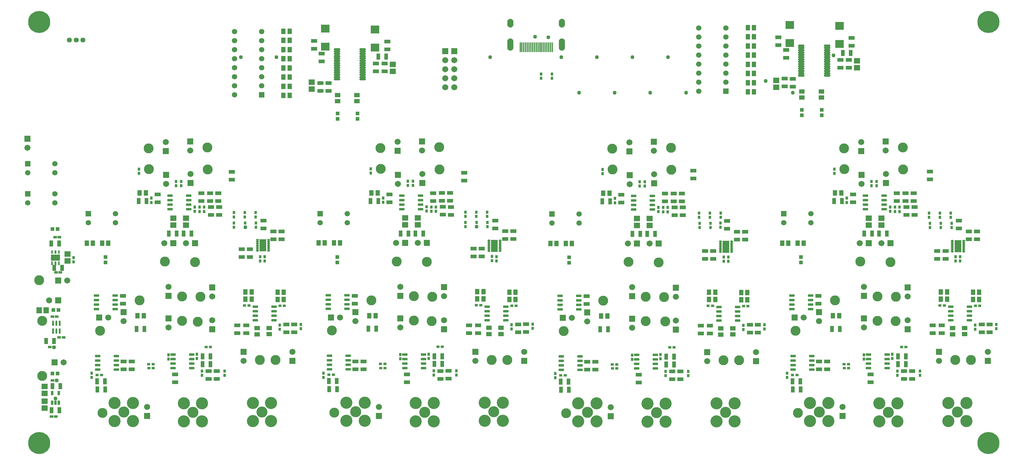
<source format=gts>
G04*
G04 #@! TF.GenerationSoftware,Altium Limited,Altium Designer,20.1.12 (249)*
G04*
G04 Layer_Color=8388736*
%FSLAX25Y25*%
%MOIN*%
G70*
G04*
G04 #@! TF.SameCoordinates,0DC69EFF-8178-42D1-8DC1-E705200A60BA*
G04*
G04*
G04 #@! TF.FilePolarity,Negative*
G04*
G01*
G75*
G04:AMPARAMS|DCode=18|XSize=59.26mil|YSize=22.43mil|CornerRadius=11.22mil|HoleSize=0mil|Usage=FLASHONLY|Rotation=90.000|XOffset=0mil|YOffset=0mil|HoleType=Round|Shape=RoundedRectangle|*
%AMROUNDEDRECTD18*
21,1,0.05926,0.00000,0,0,90.0*
21,1,0.03683,0.02243,0,0,90.0*
1,1,0.02243,0.00000,0.01841*
1,1,0.02243,0.00000,-0.01841*
1,1,0.02243,0.00000,-0.01841*
1,1,0.02243,0.00000,0.01841*
%
%ADD18ROUNDEDRECTD18*%
%ADD19R,0.02243X0.05926*%
G04:AMPARAMS|DCode=20|XSize=29.65mil|YSize=57.21mil|CornerRadius=5.95mil|HoleSize=0mil|Usage=FLASHONLY|Rotation=90.000|XOffset=0mil|YOffset=0mil|HoleType=Round|Shape=RoundedRectangle|*
%AMROUNDEDRECTD20*
21,1,0.02965,0.04532,0,0,90.0*
21,1,0.01776,0.05721,0,0,90.0*
1,1,0.01190,0.02266,0.00888*
1,1,0.01190,0.02266,-0.00888*
1,1,0.01190,-0.02266,-0.00888*
1,1,0.01190,-0.02266,0.00888*
%
%ADD20ROUNDEDRECTD20*%
%ADD21O,0.03359X0.01784*%
%ADD22R,0.07493X0.13792*%
%ADD23R,0.03162X0.04737*%
%ADD24R,0.09843X0.06890*%
%ADD25C,0.01595*%
%ADD26O,0.07296X0.02375*%
%ADD27R,0.03162X0.03753*%
%ADD28R,0.05918X0.06509*%
%ADD29R,0.03753X0.03162*%
%ADD30R,0.05131X0.06115*%
%ADD31R,0.06509X0.05918*%
%ADD32R,0.06115X0.05131*%
%ADD33R,0.03950X0.03950*%
%ADD34R,0.03950X0.03950*%
%ADD35R,0.01575X0.10630*%
%ADD36R,0.06706X0.03950*%
%ADD37R,0.03950X0.06706*%
%ADD38R,0.03950X0.03162*%
%ADD39R,0.06902X0.06115*%
%ADD40R,0.09658X0.09068*%
%ADD41C,0.05918*%
%ADD42R,0.05918X0.05918*%
%ADD43C,0.06706*%
%ADD44R,0.06706X0.06706*%
%ADD45R,0.06706X0.06706*%
%ADD46C,0.05524*%
%ADD47O,0.06706X0.09855*%
%ADD48O,0.06706X0.13792*%
%ADD49C,0.12217*%
%ADD50C,0.13398*%
%ADD51C,0.11000*%
%ADD52C,0.04343*%
%ADD53C,0.24422*%
G36*
X224762Y285731D02*
X225011Y285482D01*
X225146Y285156D01*
X225146Y284980D01*
X225146Y284980D01*
Y281500D01*
X223374D01*
X223374Y284980D01*
Y285156D01*
X223509Y285482D01*
X223758Y285731D01*
X224084Y285866D01*
X224260D01*
X224436Y285866D01*
X224762Y285731D01*
D02*
G37*
G36*
X228502D02*
X228751Y285482D01*
X228886Y285156D01*
X228886Y284980D01*
X228886Y284980D01*
Y281500D01*
X227114D01*
X227114Y284980D01*
X227114Y285156D01*
X227249Y285482D01*
X227498Y285731D01*
X227824Y285866D01*
X228000Y285866D01*
Y285866D01*
X228176Y285866D01*
X228502Y285731D01*
D02*
G37*
G36*
X232242D02*
X232491Y285482D01*
X232626Y285156D01*
X232626Y284980D01*
X232626Y284980D01*
Y281500D01*
X230854D01*
X230854Y284980D01*
X230854Y285156D01*
X230989Y285482D01*
X231238Y285731D01*
X231564Y285866D01*
X231740Y285866D01*
Y285866D01*
X231916Y285866D01*
X232242Y285731D01*
D02*
G37*
G36*
X225146Y295020D02*
X225146Y294844D01*
X225011Y294518D01*
X224762Y294269D01*
X224436Y294134D01*
X224260Y294134D01*
X224084D01*
X223758Y294269D01*
X223509Y294518D01*
X223374Y294844D01*
X223374Y295020D01*
X223374Y295020D01*
Y298000D01*
X225146D01*
X225146Y295020D01*
D02*
G37*
G36*
X228886Y295020D02*
X228886Y294844D01*
X228751Y294518D01*
X228502Y294269D01*
X228176Y294134D01*
X228000Y294134D01*
X227824Y294134D01*
X227498Y294269D01*
X227249Y294518D01*
X227114Y294844D01*
X227114Y295020D01*
X227114Y295020D01*
Y298000D01*
X228886D01*
X228886Y295020D01*
D02*
G37*
G36*
X232626Y295020D02*
Y294844D01*
X232491Y294518D01*
X232242Y294269D01*
X231916Y294134D01*
X231740D01*
X231564Y294134D01*
X231238Y294269D01*
X230989Y294518D01*
X230854Y294844D01*
X230854Y295020D01*
X230854Y295020D01*
Y298000D01*
X232626D01*
X232626Y295020D01*
D02*
G37*
D18*
X225260Y217333D02*
D03*
X229000D02*
D03*
X232740D02*
D03*
Y208667D02*
D03*
X229000D02*
D03*
D19*
X225260D02*
D03*
D20*
X1123665Y358500D02*
D03*
Y353500D02*
D03*
Y348500D02*
D03*
Y343500D02*
D03*
X1144335Y358500D02*
D03*
Y353500D02*
D03*
Y348500D02*
D03*
Y343500D02*
D03*
X867332Y358169D02*
D03*
Y353169D02*
D03*
Y348169D02*
D03*
Y343169D02*
D03*
X888001Y358169D02*
D03*
Y353169D02*
D03*
Y348169D02*
D03*
Y343169D02*
D03*
X610999Y358669D02*
D03*
Y353669D02*
D03*
Y348669D02*
D03*
Y343669D02*
D03*
X631668Y358669D02*
D03*
Y353669D02*
D03*
Y348669D02*
D03*
Y343669D02*
D03*
X354665Y358500D02*
D03*
Y353500D02*
D03*
Y348500D02*
D03*
Y343500D02*
D03*
X375335Y358500D02*
D03*
Y353500D02*
D03*
Y348500D02*
D03*
Y343500D02*
D03*
X1218165Y235500D02*
D03*
Y230500D02*
D03*
Y225500D02*
D03*
Y220500D02*
D03*
X1238835Y235500D02*
D03*
Y230500D02*
D03*
Y225500D02*
D03*
Y220500D02*
D03*
X961832Y235169D02*
D03*
Y230169D02*
D03*
Y225169D02*
D03*
Y220169D02*
D03*
X982501Y235169D02*
D03*
Y230169D02*
D03*
Y225169D02*
D03*
Y220169D02*
D03*
X705499Y235669D02*
D03*
Y230669D02*
D03*
Y225669D02*
D03*
Y220669D02*
D03*
X726168Y235669D02*
D03*
Y230669D02*
D03*
Y225669D02*
D03*
Y220669D02*
D03*
X449165Y235500D02*
D03*
Y230500D02*
D03*
Y225500D02*
D03*
Y220500D02*
D03*
X469835Y235500D02*
D03*
Y230500D02*
D03*
Y225500D02*
D03*
Y220500D02*
D03*
X1127165Y182500D02*
D03*
Y177500D02*
D03*
Y172500D02*
D03*
Y167500D02*
D03*
X1147835Y182500D02*
D03*
Y177500D02*
D03*
Y172500D02*
D03*
Y167500D02*
D03*
X870832Y182169D02*
D03*
Y177169D02*
D03*
Y172169D02*
D03*
Y167169D02*
D03*
X891501Y182169D02*
D03*
Y177169D02*
D03*
Y172169D02*
D03*
Y167169D02*
D03*
X614499Y182669D02*
D03*
Y177669D02*
D03*
Y172669D02*
D03*
Y167669D02*
D03*
X635168Y182669D02*
D03*
Y177669D02*
D03*
Y172669D02*
D03*
Y167669D02*
D03*
X358165Y182500D02*
D03*
Y177500D02*
D03*
Y172500D02*
D03*
Y167500D02*
D03*
X378835Y182500D02*
D03*
Y177500D02*
D03*
Y172500D02*
D03*
Y167500D02*
D03*
X1043665Y181000D02*
D03*
Y176000D02*
D03*
Y171000D02*
D03*
Y166000D02*
D03*
X1064335Y181000D02*
D03*
Y176000D02*
D03*
Y171000D02*
D03*
Y166000D02*
D03*
X787332Y180669D02*
D03*
Y175669D02*
D03*
Y170669D02*
D03*
Y165669D02*
D03*
X808001Y180669D02*
D03*
Y175669D02*
D03*
Y170669D02*
D03*
Y165669D02*
D03*
X530999Y181169D02*
D03*
Y176169D02*
D03*
Y171169D02*
D03*
Y166169D02*
D03*
X551668Y181169D02*
D03*
Y176169D02*
D03*
Y171169D02*
D03*
Y166169D02*
D03*
X274665Y181000D02*
D03*
Y176000D02*
D03*
Y171000D02*
D03*
Y166000D02*
D03*
X295335Y181000D02*
D03*
Y176000D02*
D03*
Y171000D02*
D03*
Y166000D02*
D03*
X1042366Y248000D02*
D03*
Y243000D02*
D03*
Y238000D02*
D03*
Y233000D02*
D03*
X1063035Y248000D02*
D03*
Y243000D02*
D03*
Y238000D02*
D03*
Y233000D02*
D03*
X786033Y247669D02*
D03*
Y242669D02*
D03*
Y237669D02*
D03*
Y232669D02*
D03*
X806702Y247669D02*
D03*
Y242669D02*
D03*
Y237669D02*
D03*
Y232669D02*
D03*
X529700Y248169D02*
D03*
Y243169D02*
D03*
Y238169D02*
D03*
Y233169D02*
D03*
X550369Y248169D02*
D03*
Y243169D02*
D03*
Y238169D02*
D03*
Y233169D02*
D03*
X273366Y248000D02*
D03*
Y243000D02*
D03*
Y238000D02*
D03*
Y233000D02*
D03*
X294035Y248000D02*
D03*
Y243000D02*
D03*
Y238000D02*
D03*
Y233000D02*
D03*
D21*
X1219701Y306437D02*
D03*
Y304468D02*
D03*
Y302500D02*
D03*
Y300532D02*
D03*
Y298563D02*
D03*
Y296595D02*
D03*
X1232299D02*
D03*
Y298563D02*
D03*
Y300532D02*
D03*
Y302500D02*
D03*
Y304468D02*
D03*
Y306437D02*
D03*
Y308405D02*
D03*
X1219701D02*
D03*
X963201Y305937D02*
D03*
Y303969D02*
D03*
Y302000D02*
D03*
Y300031D02*
D03*
Y298063D02*
D03*
Y296094D02*
D03*
X975799D02*
D03*
Y298063D02*
D03*
Y300031D02*
D03*
Y302000D02*
D03*
Y303969D02*
D03*
Y305937D02*
D03*
Y307906D02*
D03*
X963201D02*
D03*
X707201Y306937D02*
D03*
Y304969D02*
D03*
Y303000D02*
D03*
Y301031D02*
D03*
Y299063D02*
D03*
Y297094D02*
D03*
X719799D02*
D03*
Y299063D02*
D03*
Y301031D02*
D03*
Y303000D02*
D03*
Y304969D02*
D03*
Y306937D02*
D03*
Y308906D02*
D03*
X707201D02*
D03*
X451201Y307437D02*
D03*
Y305469D02*
D03*
Y303500D02*
D03*
Y301532D02*
D03*
Y299563D02*
D03*
Y297594D02*
D03*
X463799D02*
D03*
Y299563D02*
D03*
Y301532D02*
D03*
Y303500D02*
D03*
Y305469D02*
D03*
Y307437D02*
D03*
Y309405D02*
D03*
X451201D02*
D03*
D22*
X1226000Y302500D02*
D03*
X969500Y302000D02*
D03*
X713500Y303000D02*
D03*
X457500Y303500D02*
D03*
D23*
X224260Y129185D02*
D03*
X228000D02*
D03*
X231740D02*
D03*
Y139815D02*
D03*
X224260D02*
D03*
D24*
X228000Y290000D02*
D03*
D25*
X224260Y295202D02*
D03*
X228000D02*
D03*
X231740Y295118D02*
D03*
Y284798D02*
D03*
X228000D02*
D03*
X224260Y284882D02*
D03*
D26*
X1081272Y491413D02*
D03*
Y493972D02*
D03*
Y496531D02*
D03*
Y499090D02*
D03*
Y501650D02*
D03*
Y504209D02*
D03*
Y509327D02*
D03*
Y511886D02*
D03*
Y514445D02*
D03*
Y517004D02*
D03*
Y519563D02*
D03*
Y522122D02*
D03*
Y524681D02*
D03*
X1052728Y491413D02*
D03*
Y493972D02*
D03*
Y496531D02*
D03*
Y499090D02*
D03*
Y501650D02*
D03*
Y504209D02*
D03*
Y506768D02*
D03*
Y509327D02*
D03*
Y511886D02*
D03*
Y514445D02*
D03*
Y517004D02*
D03*
Y519563D02*
D03*
Y522122D02*
D03*
Y524681D02*
D03*
X1081272Y506768D02*
D03*
X567772Y487413D02*
D03*
Y489972D02*
D03*
Y492531D02*
D03*
Y495090D02*
D03*
Y497650D02*
D03*
Y500209D02*
D03*
Y505327D02*
D03*
Y507886D02*
D03*
Y510445D02*
D03*
Y513004D02*
D03*
Y515563D02*
D03*
Y518122D02*
D03*
Y520681D02*
D03*
X539228Y487413D02*
D03*
Y489972D02*
D03*
Y492531D02*
D03*
Y495090D02*
D03*
Y497650D02*
D03*
Y500209D02*
D03*
Y502768D02*
D03*
Y505327D02*
D03*
Y507886D02*
D03*
Y510445D02*
D03*
Y513004D02*
D03*
Y515563D02*
D03*
Y518122D02*
D03*
Y520681D02*
D03*
X567772Y502768D02*
D03*
D27*
X777000Y493362D02*
D03*
Y488638D02*
D03*
X765000Y493362D02*
D03*
Y488638D02*
D03*
X1184000Y164362D02*
D03*
Y159638D02*
D03*
X927667Y164032D02*
D03*
Y159307D02*
D03*
X671333Y164532D02*
D03*
Y159807D02*
D03*
X415000Y164362D02*
D03*
Y159638D02*
D03*
X1037000Y157138D02*
D03*
Y161862D02*
D03*
X780667Y156807D02*
D03*
Y161531D02*
D03*
X524333Y157307D02*
D03*
Y162031D02*
D03*
X268000Y157138D02*
D03*
Y161862D02*
D03*
X1159000Y159638D02*
D03*
Y164362D02*
D03*
X902667Y159307D02*
D03*
Y164032D02*
D03*
X646333Y159807D02*
D03*
Y164532D02*
D03*
X390000Y159638D02*
D03*
Y164362D02*
D03*
X1268500Y211276D02*
D03*
Y216000D02*
D03*
X1012167Y210945D02*
D03*
Y215669D02*
D03*
X755833Y211445D02*
D03*
Y216169D02*
D03*
X499500Y211276D02*
D03*
Y216000D02*
D03*
X1245000Y215362D02*
D03*
Y210638D02*
D03*
X988667Y215032D02*
D03*
Y210307D02*
D03*
X732333Y215531D02*
D03*
Y210807D02*
D03*
X476000Y215362D02*
D03*
Y210638D02*
D03*
X1156500Y345724D02*
D03*
Y341000D02*
D03*
X900167Y345394D02*
D03*
Y340669D02*
D03*
X643833Y345894D02*
D03*
Y341169D02*
D03*
X387500Y345724D02*
D03*
Y341000D02*
D03*
X1161500D02*
D03*
Y345724D02*
D03*
X905167Y340669D02*
D03*
Y345394D02*
D03*
X648833Y341169D02*
D03*
Y345894D02*
D03*
X392500Y341000D02*
D03*
Y345724D02*
D03*
X449591Y328362D02*
D03*
Y323638D02*
D03*
X437545Y328362D02*
D03*
Y323638D02*
D03*
X425500Y328362D02*
D03*
Y323638D02*
D03*
X449409Y339724D02*
D03*
Y335000D02*
D03*
X437455Y339724D02*
D03*
Y335000D02*
D03*
X425500Y339724D02*
D03*
Y335000D02*
D03*
X705727Y329000D02*
D03*
Y324276D02*
D03*
X693682Y329000D02*
D03*
Y324276D02*
D03*
X681500Y328862D02*
D03*
Y324138D02*
D03*
X705273Y340362D02*
D03*
Y335638D02*
D03*
X693318Y340362D02*
D03*
Y335638D02*
D03*
X681364Y340362D02*
D03*
Y335638D02*
D03*
X963500Y328362D02*
D03*
Y323638D02*
D03*
X952318Y328000D02*
D03*
Y323276D02*
D03*
X940273Y328000D02*
D03*
Y323276D02*
D03*
X963636Y339362D02*
D03*
Y334638D02*
D03*
X951682Y339362D02*
D03*
Y334638D02*
D03*
X939727Y339362D02*
D03*
Y334638D02*
D03*
X1219000Y328000D02*
D03*
Y323276D02*
D03*
X1206954Y328000D02*
D03*
Y323276D02*
D03*
X1194909Y328000D02*
D03*
Y323276D02*
D03*
X1218000Y339362D02*
D03*
Y334638D02*
D03*
X1206045Y339362D02*
D03*
Y334638D02*
D03*
X1194091Y339362D02*
D03*
Y334638D02*
D03*
X1151000Y341276D02*
D03*
Y346000D02*
D03*
X894667Y340945D02*
D03*
Y345669D02*
D03*
X638333Y341445D02*
D03*
Y346169D02*
D03*
X382000Y341276D02*
D03*
Y346000D02*
D03*
X1136000Y369638D02*
D03*
Y374362D02*
D03*
X879667Y369307D02*
D03*
Y374031D02*
D03*
X623333Y369807D02*
D03*
Y374532D02*
D03*
X367000Y369638D02*
D03*
Y374362D02*
D03*
X1130500Y369638D02*
D03*
Y374362D02*
D03*
X874167Y369307D02*
D03*
Y374031D02*
D03*
X617833Y369807D02*
D03*
Y374532D02*
D03*
X361500Y369638D02*
D03*
Y374362D02*
D03*
X1089500Y388000D02*
D03*
Y383276D02*
D03*
X833167Y387669D02*
D03*
Y382945D02*
D03*
X576833Y388169D02*
D03*
Y383445D02*
D03*
X320500Y388000D02*
D03*
Y383276D02*
D03*
X1103000Y351000D02*
D03*
Y355724D02*
D03*
X846667Y350669D02*
D03*
Y355394D02*
D03*
X590333Y351169D02*
D03*
Y355894D02*
D03*
X334000Y351000D02*
D03*
Y355724D02*
D03*
X1122000Y177638D02*
D03*
Y182362D02*
D03*
X865667Y177307D02*
D03*
Y182032D02*
D03*
X609333Y177807D02*
D03*
Y182531D02*
D03*
X353000Y177638D02*
D03*
Y182362D02*
D03*
X1228500Y290862D02*
D03*
Y286138D02*
D03*
X972167Y290531D02*
D03*
Y285807D02*
D03*
X715833Y291032D02*
D03*
Y286307D02*
D03*
X459500Y290862D02*
D03*
Y286138D02*
D03*
X1223258Y290967D02*
D03*
Y286242D02*
D03*
X966924Y290636D02*
D03*
Y285911D02*
D03*
X710591Y291136D02*
D03*
Y286411D02*
D03*
X454258Y290967D02*
D03*
Y286242D02*
D03*
X1153500Y178138D02*
D03*
Y182862D02*
D03*
X897167Y177807D02*
D03*
Y182531D02*
D03*
X640833Y178307D02*
D03*
Y183031D02*
D03*
X384500Y178138D02*
D03*
Y182862D02*
D03*
X248000Y289862D02*
D03*
Y285138D02*
D03*
D28*
X217839Y231500D02*
D03*
X210161D02*
D03*
D29*
X1043138Y160000D02*
D03*
X1047862D02*
D03*
X786804Y159669D02*
D03*
X791529D02*
D03*
X530471Y160169D02*
D03*
X535195D02*
D03*
X274138Y160000D02*
D03*
X278862D02*
D03*
X1163638Y191000D02*
D03*
X1168362D02*
D03*
X907304Y190669D02*
D03*
X912029D02*
D03*
X650971Y191169D02*
D03*
X655695D02*
D03*
X394638Y191000D02*
D03*
X399362D02*
D03*
X1250000Y236500D02*
D03*
X1245276D02*
D03*
X993667Y236169D02*
D03*
X988942D02*
D03*
X737333Y236669D02*
D03*
X732609D02*
D03*
X481000Y236500D02*
D03*
X476276D02*
D03*
X1206138Y237000D02*
D03*
X1210862D02*
D03*
X949804Y236669D02*
D03*
X954529D02*
D03*
X693471Y237169D02*
D03*
X698196D02*
D03*
X437138Y237000D02*
D03*
X441862D02*
D03*
X1104862Y172000D02*
D03*
X1100138D02*
D03*
X848529Y171669D02*
D03*
X843804D02*
D03*
X592196Y172169D02*
D03*
X587471D02*
D03*
X335862Y172000D02*
D03*
X331138D02*
D03*
X1105000Y167500D02*
D03*
X1100276D02*
D03*
X848667Y167169D02*
D03*
X843942D02*
D03*
X592333Y167669D02*
D03*
X587609D02*
D03*
X336000Y167500D02*
D03*
X331276D02*
D03*
D30*
X1038445Y306000D02*
D03*
X1031555D02*
D03*
X782112Y305669D02*
D03*
X775222D02*
D03*
X525778Y306169D02*
D03*
X518889D02*
D03*
X269445Y306000D02*
D03*
X262555D02*
D03*
X1048555D02*
D03*
X1055445D02*
D03*
X792222Y305669D02*
D03*
X799112D02*
D03*
X535888Y306169D02*
D03*
X542778D02*
D03*
X279555Y306000D02*
D03*
X286445D02*
D03*
X1090110Y361500D02*
D03*
X1097000D02*
D03*
X833777Y361169D02*
D03*
X840667D02*
D03*
X577444Y361669D02*
D03*
X584333D02*
D03*
X321110Y361500D02*
D03*
X328000D02*
D03*
X1249445Y243500D02*
D03*
X1242555D02*
D03*
X993112Y243169D02*
D03*
X986222D02*
D03*
X736778Y243669D02*
D03*
X729888D02*
D03*
X480445Y243500D02*
D03*
X473555D02*
D03*
X1242610Y251500D02*
D03*
X1249500D02*
D03*
X986277Y251169D02*
D03*
X993167D02*
D03*
X729944Y251669D02*
D03*
X736833D02*
D03*
X473610Y251500D02*
D03*
X480500D02*
D03*
X1207000Y244000D02*
D03*
X1213890D02*
D03*
X950667Y243669D02*
D03*
X957556D02*
D03*
X694333Y244169D02*
D03*
X701223D02*
D03*
X438000Y244000D02*
D03*
X444890D02*
D03*
X1213945Y252000D02*
D03*
X1207055D02*
D03*
X957611Y251669D02*
D03*
X950722D02*
D03*
X701278Y252169D02*
D03*
X694388D02*
D03*
X444945Y252000D02*
D03*
X438055D02*
D03*
X1087811Y225500D02*
D03*
X1094701D02*
D03*
X831478Y225169D02*
D03*
X838367D02*
D03*
X575144Y225669D02*
D03*
X582034D02*
D03*
X318811Y225500D02*
D03*
X325701D02*
D03*
X993555Y473547D02*
D03*
X1000445D02*
D03*
X480055Y469547D02*
D03*
X486945D02*
D03*
X993555Y483690D02*
D03*
X1000445D02*
D03*
X480055Y479690D02*
D03*
X486945D02*
D03*
X993555Y493833D02*
D03*
X1000445D02*
D03*
X480055Y489833D02*
D03*
X486945D02*
D03*
X993555Y503976D02*
D03*
X1000445D02*
D03*
X480055Y499976D02*
D03*
X486945D02*
D03*
X993555Y514119D02*
D03*
X1000445D02*
D03*
X480055Y510119D02*
D03*
X486945D02*
D03*
X993555Y524262D02*
D03*
X1000445D02*
D03*
X480055Y520261D02*
D03*
X486945D02*
D03*
X993555Y534404D02*
D03*
X1000445D02*
D03*
X480055Y530404D02*
D03*
X486945D02*
D03*
X993555Y544547D02*
D03*
X1000445D02*
D03*
X480055Y540547D02*
D03*
X486945D02*
D03*
D31*
X1141500Y326000D02*
D03*
Y333677D02*
D03*
X885167Y325669D02*
D03*
Y333347D02*
D03*
X628833Y326169D02*
D03*
Y333846D02*
D03*
X372500Y326000D02*
D03*
Y333677D02*
D03*
X1127500Y326000D02*
D03*
Y333677D02*
D03*
X871167Y325669D02*
D03*
Y333347D02*
D03*
X614833Y326169D02*
D03*
Y333846D02*
D03*
X358500Y326000D02*
D03*
Y333677D02*
D03*
X216000Y131000D02*
D03*
Y123323D02*
D03*
X241500Y286323D02*
D03*
Y294000D02*
D03*
X216000Y147177D02*
D03*
Y139500D02*
D03*
D32*
X1233500Y212000D02*
D03*
Y205110D02*
D03*
X977167Y211669D02*
D03*
Y204780D02*
D03*
X720833Y212169D02*
D03*
Y205279D02*
D03*
X464500Y212000D02*
D03*
Y205110D02*
D03*
X1220000Y211890D02*
D03*
Y205000D02*
D03*
X963667Y211559D02*
D03*
Y204669D02*
D03*
X707333Y212059D02*
D03*
Y205169D02*
D03*
X451000Y211890D02*
D03*
Y205000D02*
D03*
X1075000Y473992D02*
D03*
Y467102D02*
D03*
X561500Y469992D02*
D03*
Y463102D02*
D03*
X1053500Y473992D02*
D03*
Y467102D02*
D03*
X540000Y469992D02*
D03*
Y463102D02*
D03*
D33*
X231500Y232000D02*
D03*
X225594D02*
D03*
X230500Y161500D02*
D03*
X224594D02*
D03*
X230453Y321500D02*
D03*
X224547D02*
D03*
D34*
X1052500Y284500D02*
D03*
Y290406D02*
D03*
X796167Y284169D02*
D03*
Y290075D02*
D03*
X539833Y284669D02*
D03*
Y290575D02*
D03*
X283500Y284500D02*
D03*
Y290406D02*
D03*
X1075500Y447594D02*
D03*
Y453500D02*
D03*
X562000Y443595D02*
D03*
Y449500D02*
D03*
X1053500Y447594D02*
D03*
Y453500D02*
D03*
X540000Y443595D02*
D03*
Y449500D02*
D03*
D35*
X741878Y523000D02*
D03*
X743847D02*
D03*
X745815D02*
D03*
X747784D02*
D03*
X749752D02*
D03*
X751721D02*
D03*
X753689D02*
D03*
X755657D02*
D03*
X757626D02*
D03*
X759594D02*
D03*
X761563D02*
D03*
X763531D02*
D03*
X765500D02*
D03*
X767469D02*
D03*
X769437D02*
D03*
X771406D02*
D03*
X773374D02*
D03*
X775343D02*
D03*
X777311D02*
D03*
D36*
X1195000Y385331D02*
D03*
Y376669D02*
D03*
X933500Y386161D02*
D03*
Y377500D02*
D03*
X680000Y384000D02*
D03*
Y375339D02*
D03*
X423000Y384831D02*
D03*
Y376169D02*
D03*
X1261000Y207339D02*
D03*
Y216000D02*
D03*
X1004667Y207008D02*
D03*
Y215669D02*
D03*
X748333Y207508D02*
D03*
Y216169D02*
D03*
X492000Y207339D02*
D03*
Y216000D02*
D03*
X1252500Y207169D02*
D03*
Y215831D02*
D03*
X996167Y206839D02*
D03*
Y215500D02*
D03*
X739833Y207339D02*
D03*
Y216000D02*
D03*
X483500Y207169D02*
D03*
Y215831D02*
D03*
X1169000Y337339D02*
D03*
Y346000D02*
D03*
X912667Y337008D02*
D03*
Y345669D02*
D03*
X656333Y337508D02*
D03*
Y346169D02*
D03*
X400000Y337339D02*
D03*
Y346000D02*
D03*
X1178000Y337169D02*
D03*
Y345831D02*
D03*
X921667Y336839D02*
D03*
Y345500D02*
D03*
X665333Y337339D02*
D03*
Y346000D02*
D03*
X409000Y337169D02*
D03*
Y345831D02*
D03*
X1227000Y322169D02*
D03*
Y330831D02*
D03*
X970667Y321839D02*
D03*
Y330500D02*
D03*
X714333Y322339D02*
D03*
Y331000D02*
D03*
X458000Y322169D02*
D03*
Y330831D02*
D03*
X1129500Y151839D02*
D03*
Y160500D02*
D03*
X873167Y151508D02*
D03*
Y160169D02*
D03*
X616833Y152008D02*
D03*
Y160669D02*
D03*
X360500Y151839D02*
D03*
Y160500D02*
D03*
X1177000Y352669D02*
D03*
Y361331D02*
D03*
X920667Y352339D02*
D03*
Y361000D02*
D03*
X664333Y352839D02*
D03*
Y361500D02*
D03*
X408000Y352669D02*
D03*
Y361331D02*
D03*
X1158500Y352500D02*
D03*
Y361161D02*
D03*
X902167Y352169D02*
D03*
Y360831D02*
D03*
X645833Y352669D02*
D03*
Y361331D02*
D03*
X389500Y352500D02*
D03*
Y361161D02*
D03*
X1168000Y352669D02*
D03*
Y361331D02*
D03*
X911667Y352339D02*
D03*
Y361000D02*
D03*
X655333Y352839D02*
D03*
Y361500D02*
D03*
X399000Y352669D02*
D03*
Y361331D02*
D03*
X1110000Y351169D02*
D03*
Y359831D02*
D03*
X853667Y350839D02*
D03*
Y359500D02*
D03*
X597333Y351339D02*
D03*
Y360000D02*
D03*
X341000Y351169D02*
D03*
Y359831D02*
D03*
X1198000Y206169D02*
D03*
Y214831D02*
D03*
X941667Y205839D02*
D03*
Y214500D02*
D03*
X685333Y206339D02*
D03*
Y215000D02*
D03*
X429000Y206169D02*
D03*
Y214831D02*
D03*
X1208000Y206169D02*
D03*
Y214831D02*
D03*
X951667Y205839D02*
D03*
Y214500D02*
D03*
X695333Y206339D02*
D03*
Y215000D02*
D03*
X439000Y206169D02*
D03*
Y214831D02*
D03*
X1212500Y288669D02*
D03*
Y297331D02*
D03*
X955500Y288669D02*
D03*
Y297331D02*
D03*
X699333Y291339D02*
D03*
Y300000D02*
D03*
X443000Y290500D02*
D03*
Y299161D02*
D03*
X1203000Y288669D02*
D03*
Y297331D02*
D03*
X946500Y288669D02*
D03*
Y297331D02*
D03*
X690333Y291339D02*
D03*
Y300000D02*
D03*
X434000Y290500D02*
D03*
Y299161D02*
D03*
X1238000Y319000D02*
D03*
Y310339D02*
D03*
X981667Y318669D02*
D03*
Y310008D02*
D03*
X725333Y319169D02*
D03*
Y310508D02*
D03*
X469000Y319000D02*
D03*
Y310339D02*
D03*
X1247000Y319000D02*
D03*
Y310339D02*
D03*
X990667Y318669D02*
D03*
Y310008D02*
D03*
X734333Y319169D02*
D03*
Y310508D02*
D03*
X478000Y319000D02*
D03*
Y310339D02*
D03*
X1072500Y166169D02*
D03*
Y174831D02*
D03*
X816167Y165839D02*
D03*
Y174500D02*
D03*
X559833Y166339D02*
D03*
Y175000D02*
D03*
X303500Y166169D02*
D03*
Y174831D02*
D03*
X1081500Y166169D02*
D03*
Y174831D02*
D03*
X825167Y165839D02*
D03*
Y174500D02*
D03*
X568833Y166339D02*
D03*
Y175000D02*
D03*
X312500Y166169D02*
D03*
Y174831D02*
D03*
X1175500Y155669D02*
D03*
Y164331D02*
D03*
X919167Y155339D02*
D03*
Y164000D02*
D03*
X662833Y155839D02*
D03*
Y164500D02*
D03*
X406500Y155669D02*
D03*
Y164331D02*
D03*
X1166500Y155500D02*
D03*
Y164161D02*
D03*
X910167Y155169D02*
D03*
Y163831D02*
D03*
X653833Y155669D02*
D03*
Y164331D02*
D03*
X397500Y155500D02*
D03*
Y164161D02*
D03*
X1071701Y238839D02*
D03*
Y247500D02*
D03*
X815368Y238508D02*
D03*
Y247169D02*
D03*
X559034Y239008D02*
D03*
Y247669D02*
D03*
X302701Y238839D02*
D03*
Y247500D02*
D03*
X1043500Y479169D02*
D03*
Y487831D02*
D03*
X530000Y474669D02*
D03*
Y483331D02*
D03*
X1034500Y479669D02*
D03*
Y488331D02*
D03*
X521000Y474669D02*
D03*
Y483331D02*
D03*
X1096000Y500216D02*
D03*
Y508878D02*
D03*
X582500Y496216D02*
D03*
Y504878D02*
D03*
X1105500Y500216D02*
D03*
Y508878D02*
D03*
X592000Y496216D02*
D03*
Y504878D02*
D03*
X1036000Y511047D02*
D03*
Y519709D02*
D03*
X522500Y507047D02*
D03*
Y515709D02*
D03*
X1108500Y533209D02*
D03*
Y524547D02*
D03*
X595000Y529209D02*
D03*
Y520547D02*
D03*
X1027500Y533878D02*
D03*
Y525216D02*
D03*
X514000Y529878D02*
D03*
Y521216D02*
D03*
D37*
X1089169Y352500D02*
D03*
X1097831D02*
D03*
X832836Y352169D02*
D03*
X841497D02*
D03*
X576503Y352669D02*
D03*
X585164D02*
D03*
X320169Y352500D02*
D03*
X328831D02*
D03*
X1147331Y316500D02*
D03*
X1138669D02*
D03*
X890997Y316169D02*
D03*
X882336D02*
D03*
X634664Y316669D02*
D03*
X626003D02*
D03*
X378331Y316500D02*
D03*
X369669D02*
D03*
X1122339D02*
D03*
X1131000D02*
D03*
X866005Y316169D02*
D03*
X874667D02*
D03*
X609672Y316669D02*
D03*
X618333D02*
D03*
X353339Y316500D02*
D03*
X362000D02*
D03*
X1168331Y180500D02*
D03*
X1159669D02*
D03*
X911997Y180169D02*
D03*
X903336D02*
D03*
X655664Y180669D02*
D03*
X647003D02*
D03*
X399331Y180500D02*
D03*
X390669D02*
D03*
X1168331Y172000D02*
D03*
X1159669D02*
D03*
X911997Y171669D02*
D03*
X903336D02*
D03*
X655664Y172169D02*
D03*
X647003D02*
D03*
X399331Y172000D02*
D03*
X390669D02*
D03*
X1051831Y153000D02*
D03*
X1043169D02*
D03*
X795497Y152669D02*
D03*
X786836D02*
D03*
X539164Y153169D02*
D03*
X530503D02*
D03*
X282831Y153000D02*
D03*
X274169D02*
D03*
X1052000Y144000D02*
D03*
X1043339D02*
D03*
X795667Y143669D02*
D03*
X787005D02*
D03*
X539333Y144169D02*
D03*
X530672D02*
D03*
X283000Y144000D02*
D03*
X274339D02*
D03*
X1086669Y211000D02*
D03*
X1095331D02*
D03*
X830336Y210669D02*
D03*
X838997D02*
D03*
X574003Y211169D02*
D03*
X582664D02*
D03*
X317669Y211000D02*
D03*
X326331D02*
D03*
X226331Y197500D02*
D03*
X217669D02*
D03*
X233331Y147500D02*
D03*
X224669D02*
D03*
X232500Y121000D02*
D03*
X223839D02*
D03*
X232161Y305500D02*
D03*
X223500D02*
D03*
X235193Y278500D02*
D03*
X226532D02*
D03*
X1107331Y516547D02*
D03*
X1098669D02*
D03*
X593831Y512547D02*
D03*
X585169D02*
D03*
D38*
X229362Y224500D02*
D03*
X224638D02*
D03*
X221638Y191000D02*
D03*
X226362D02*
D03*
X236862Y201500D02*
D03*
X232138D02*
D03*
X224638Y154000D02*
D03*
X229362D02*
D03*
X223638Y114000D02*
D03*
X228362D02*
D03*
X228638Y273500D02*
D03*
X233362D02*
D03*
X227638Y312500D02*
D03*
X232362D02*
D03*
D39*
X1025000Y486339D02*
D03*
Y478661D02*
D03*
X511500Y484224D02*
D03*
Y476547D02*
D03*
X1114500Y507886D02*
D03*
Y500209D02*
D03*
X601000Y503886D02*
D03*
Y496209D02*
D03*
D40*
X1095000Y526606D02*
D03*
Y546488D02*
D03*
X581500Y522606D02*
D03*
Y542488D02*
D03*
X1040000Y527606D02*
D03*
Y547488D02*
D03*
X526500Y523606D02*
D03*
Y543488D02*
D03*
D41*
X1063500Y328500D02*
D03*
Y338500D02*
D03*
X1033500Y328500D02*
D03*
X807167Y328169D02*
D03*
Y338169D02*
D03*
X777167Y328169D02*
D03*
X550833Y328669D02*
D03*
Y338669D02*
D03*
X520833Y328669D02*
D03*
X294500Y328500D02*
D03*
Y338500D02*
D03*
X264500Y328500D02*
D03*
X227500Y384000D02*
D03*
Y394000D02*
D03*
X197500Y384000D02*
D03*
X227500Y350500D02*
D03*
Y360500D02*
D03*
X197500Y350500D02*
D03*
X969500Y484047D02*
D03*
Y494047D02*
D03*
Y504047D02*
D03*
Y514047D02*
D03*
Y524047D02*
D03*
Y534047D02*
D03*
Y544047D02*
D03*
X939500Y474047D02*
D03*
Y484047D02*
D03*
Y494047D02*
D03*
Y504047D02*
D03*
Y514047D02*
D03*
Y524047D02*
D03*
Y534047D02*
D03*
Y544047D02*
D03*
X456000Y480047D02*
D03*
Y490047D02*
D03*
Y500047D02*
D03*
Y510047D02*
D03*
Y520047D02*
D03*
Y530047D02*
D03*
Y540047D02*
D03*
X426000Y470047D02*
D03*
Y480047D02*
D03*
Y490047D02*
D03*
Y500047D02*
D03*
Y510047D02*
D03*
Y520047D02*
D03*
Y530047D02*
D03*
Y540047D02*
D03*
D42*
X1033500Y338500D02*
D03*
X777167Y338169D02*
D03*
X520833Y338669D02*
D03*
X264500Y338500D02*
D03*
X197500Y394000D02*
D03*
Y360500D02*
D03*
X969500Y474047D02*
D03*
X456000Y470047D02*
D03*
D43*
X197000Y411500D02*
D03*
X659000Y488500D02*
D03*
Y498500D02*
D03*
Y508500D02*
D03*
Y478500D02*
D03*
X669000D02*
D03*
Y508500D02*
D03*
Y498500D02*
D03*
Y488500D02*
D03*
X1141500Y306000D02*
D03*
X885167Y305669D02*
D03*
X628833Y306169D02*
D03*
X372500Y306000D02*
D03*
X1146500Y382500D02*
D03*
X890167Y382169D02*
D03*
X633833Y382669D02*
D03*
X377500Y382500D02*
D03*
X1117500Y306000D02*
D03*
X861167Y305669D02*
D03*
X604833Y306169D02*
D03*
X348500Y306000D02*
D03*
X1119500Y371500D02*
D03*
X863167Y371169D02*
D03*
X606833Y371669D02*
D03*
X350500Y371500D02*
D03*
X1119000Y418000D02*
D03*
X862667Y417669D02*
D03*
X606333Y418169D02*
D03*
X350000Y418000D02*
D03*
X1205000Y175500D02*
D03*
X948667Y175169D02*
D03*
X692333Y175669D02*
D03*
X436000Y175500D02*
D03*
X1146000Y408500D02*
D03*
X889667Y408169D02*
D03*
X633333Y408669D02*
D03*
X377000Y408500D02*
D03*
X1259000Y185500D02*
D03*
X1002667Y185169D02*
D03*
X746333Y185669D02*
D03*
X490000Y185500D02*
D03*
X1122000Y212500D02*
D03*
X865667Y212169D02*
D03*
X609333Y212669D02*
D03*
X353000Y212500D02*
D03*
X1170500Y247000D02*
D03*
X914167Y246669D02*
D03*
X657833Y247169D02*
D03*
X401500Y247000D02*
D03*
X1122000Y257500D02*
D03*
X865667Y257169D02*
D03*
X609333Y257669D02*
D03*
X353000Y257500D02*
D03*
X1170500Y220500D02*
D03*
X914167Y220169D02*
D03*
X657833Y220669D02*
D03*
X401500Y220500D02*
D03*
X1098500Y124500D02*
D03*
X842167Y124169D02*
D03*
X585833Y124669D02*
D03*
X329500Y124500D02*
D03*
X1055201Y223500D02*
D03*
X798868Y223169D02*
D03*
X542534Y223669D02*
D03*
X286201Y223500D02*
D03*
X1072201Y219500D02*
D03*
X815868Y219169D02*
D03*
X559534Y219669D02*
D03*
X303201Y219500D02*
D03*
X221000Y242500D02*
D03*
X241000Y264500D02*
D03*
X237000Y174000D02*
D03*
D44*
X197000Y421500D02*
D03*
X659000Y518500D02*
D03*
X669000D02*
D03*
X1146500Y372500D02*
D03*
X890167Y372169D02*
D03*
X633833Y372669D02*
D03*
X377500Y372500D02*
D03*
X1119500Y381500D02*
D03*
X863167Y381169D02*
D03*
X606833Y381669D02*
D03*
X350500Y381500D02*
D03*
X1119000Y408000D02*
D03*
X862667Y407669D02*
D03*
X606333Y408169D02*
D03*
X350000Y408000D02*
D03*
X1205000Y185500D02*
D03*
X948667Y185169D02*
D03*
X692333Y185669D02*
D03*
X436000Y185500D02*
D03*
X1146000Y418500D02*
D03*
X889667Y418169D02*
D03*
X633333Y418669D02*
D03*
X377000Y418500D02*
D03*
X1259000Y175500D02*
D03*
X1002667Y175169D02*
D03*
X746333Y175669D02*
D03*
X490000Y175500D02*
D03*
X1122000Y222500D02*
D03*
X865667Y222169D02*
D03*
X609333Y222669D02*
D03*
X353000Y222500D02*
D03*
X1170500Y257000D02*
D03*
X914167Y256669D02*
D03*
X657833Y257169D02*
D03*
X401500Y257000D02*
D03*
X1122000Y247500D02*
D03*
X865667Y247169D02*
D03*
X609333Y247669D02*
D03*
X353000Y247500D02*
D03*
X1170500Y210500D02*
D03*
X914167Y210169D02*
D03*
X657833Y210669D02*
D03*
X401500Y210500D02*
D03*
X1098500Y114500D02*
D03*
X842167Y114169D02*
D03*
X585833Y114669D02*
D03*
X329500Y114500D02*
D03*
X1072201Y229500D02*
D03*
X815868Y229169D02*
D03*
X559534Y229669D02*
D03*
X303201Y229500D02*
D03*
D45*
X1151500Y306000D02*
D03*
X895167Y305669D02*
D03*
X638833Y306169D02*
D03*
X382500Y306000D02*
D03*
X1127500D02*
D03*
X871167Y305669D02*
D03*
X614833Y306169D02*
D03*
X358500Y306000D02*
D03*
X1045201Y223500D02*
D03*
X788868Y223169D02*
D03*
X532534Y223669D02*
D03*
X276201Y223500D02*
D03*
X231000Y242500D02*
D03*
Y264500D02*
D03*
X227000Y174000D02*
D03*
D46*
X258500Y531000D02*
D03*
X251000D02*
D03*
X243500D02*
D03*
D47*
X788138Y549457D02*
D03*
X731051D02*
D03*
D48*
X788138Y525992D02*
D03*
X731051D02*
D03*
D49*
X1149000Y118500D02*
D03*
X892667Y118169D02*
D03*
X636333Y118669D02*
D03*
X380000Y118500D02*
D03*
X1225450Y118950D02*
D03*
X969117Y118619D02*
D03*
X712783Y119119D02*
D03*
X456450Y118950D02*
D03*
X1072550D02*
D03*
X816217Y118619D02*
D03*
X559883Y119119D02*
D03*
X303550Y118950D02*
D03*
D50*
X1159050Y108450D02*
D03*
Y128550D02*
D03*
X1138950Y108450D02*
D03*
Y128550D02*
D03*
X902717Y108119D02*
D03*
Y128219D02*
D03*
X882617Y108119D02*
D03*
Y128219D02*
D03*
X646383Y108619D02*
D03*
Y128719D02*
D03*
X626283Y108619D02*
D03*
Y128719D02*
D03*
X390050Y108450D02*
D03*
Y128550D02*
D03*
X369950Y108450D02*
D03*
Y128550D02*
D03*
X1235500Y108900D02*
D03*
Y129000D02*
D03*
X1215400Y108900D02*
D03*
Y129000D02*
D03*
X979167Y108569D02*
D03*
Y128669D02*
D03*
X959067Y108569D02*
D03*
Y128669D02*
D03*
X722833Y109069D02*
D03*
Y129169D02*
D03*
X702733Y109069D02*
D03*
Y129169D02*
D03*
X466500Y108900D02*
D03*
Y129000D02*
D03*
X446400Y108900D02*
D03*
Y129000D02*
D03*
X1082600Y108900D02*
D03*
Y129000D02*
D03*
X1062500Y108900D02*
D03*
Y129000D02*
D03*
X826267Y108569D02*
D03*
Y128669D02*
D03*
X806167Y108569D02*
D03*
Y128669D02*
D03*
X569933Y109069D02*
D03*
Y129169D02*
D03*
X549833Y109069D02*
D03*
Y129169D02*
D03*
X313600Y108900D02*
D03*
Y129000D02*
D03*
X293500Y108900D02*
D03*
Y129000D02*
D03*
D51*
X1151500Y285000D02*
D03*
X895167Y284669D02*
D03*
X638833Y285169D02*
D03*
X382500Y285000D02*
D03*
X1165500Y387500D02*
D03*
X909167Y387169D02*
D03*
X652833Y387669D02*
D03*
X396500Y387500D02*
D03*
X1118000Y285500D02*
D03*
X861667Y285169D02*
D03*
X605333Y285669D02*
D03*
X349000Y285500D02*
D03*
X1100500Y388000D02*
D03*
X844167Y387669D02*
D03*
X587833Y388169D02*
D03*
X331500Y388000D02*
D03*
X1100000Y411000D02*
D03*
X843667Y410669D02*
D03*
X587333Y411169D02*
D03*
X331000Y411000D02*
D03*
X1223000Y176500D02*
D03*
X966667Y176169D02*
D03*
X710333Y176669D02*
D03*
X454000Y176500D02*
D03*
X1165000Y412000D02*
D03*
X908667Y411669D02*
D03*
X652333Y412169D02*
D03*
X396000Y412000D02*
D03*
X1240500Y176500D02*
D03*
X984167Y176169D02*
D03*
X727833Y176669D02*
D03*
X471500Y176500D02*
D03*
X1137000Y220000D02*
D03*
X880667Y219669D02*
D03*
X624333Y220169D02*
D03*
X368000Y220000D02*
D03*
X1157500Y246500D02*
D03*
X901167Y246169D02*
D03*
X644833Y246669D02*
D03*
X388500Y246500D02*
D03*
X1137000Y247000D02*
D03*
X880667Y246669D02*
D03*
X624333Y247169D02*
D03*
X368000Y247000D02*
D03*
X1157000Y219500D02*
D03*
X902500Y219169D02*
D03*
X644000Y219669D02*
D03*
X385500Y219000D02*
D03*
X1049000Y118000D02*
D03*
X792667Y117669D02*
D03*
X536333Y118169D02*
D03*
X280000Y118000D02*
D03*
X1046201Y209000D02*
D03*
X789867Y208669D02*
D03*
X533534Y209169D02*
D03*
X277201Y209000D02*
D03*
X1090000Y242500D02*
D03*
X833667Y242169D02*
D03*
X577333Y242669D02*
D03*
X321000Y242500D02*
D03*
X213500Y220000D02*
D03*
X210000Y265000D02*
D03*
X213500Y159000D02*
D03*
D52*
X437899Y323696D02*
D03*
X693682Y324276D02*
D03*
X1088500Y514000D02*
D03*
X210161Y231500D02*
D03*
X758500Y534500D02*
D03*
X773000Y534000D02*
D03*
X1089169Y352500D02*
D03*
X226402Y190647D02*
D03*
X228000Y134000D02*
D03*
X229362Y154000D02*
D03*
X1013500Y485500D02*
D03*
X1043307Y472441D02*
D03*
X905512Y511811D02*
D03*
X925197Y472441D02*
D03*
X866142Y511811D02*
D03*
X885827Y472441D02*
D03*
X826772Y511811D02*
D03*
X846457Y472441D02*
D03*
X787402Y511811D02*
D03*
X807087Y472441D02*
D03*
X708661Y511811D02*
D03*
X472441D02*
D03*
X433071D02*
D03*
D53*
X210185Y550815D02*
D03*
X1259815D02*
D03*
Y84685D02*
D03*
X210185D02*
D03*
M02*

</source>
